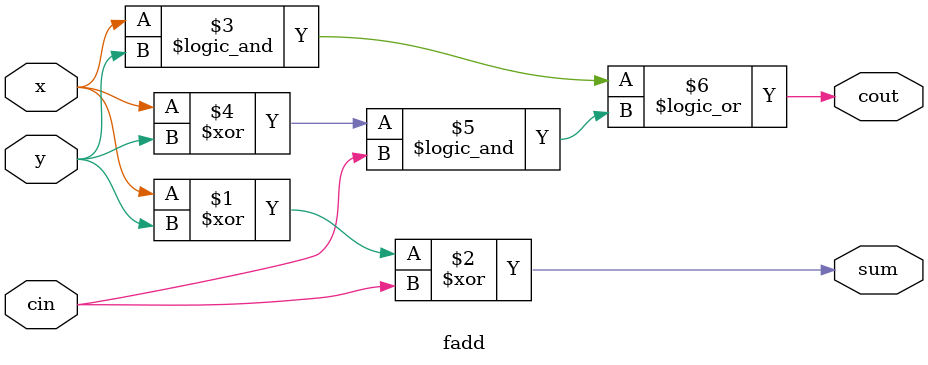
<source format=v>
module Adder(
    input [31:0] X,
    input [31:0] Y,
    input cin,
    output [31:0] Result,
    output CF,
    output OF
);

    wire [31:0] w;
    fadd fadds [31:0] (X, Y, {w[30:0], cin}, Result, w);
    assign CF = w[31];
    assign OF = w[31] ^ w[30];

endmodule

module fadd(
    input x,
    input y,
    input cin,
    output sum,
    output cout
);

    assign sum = x ^ y ^ cin;
    assign cout = (x && y) || ((x ^ y) && cin);

endmodule

</source>
